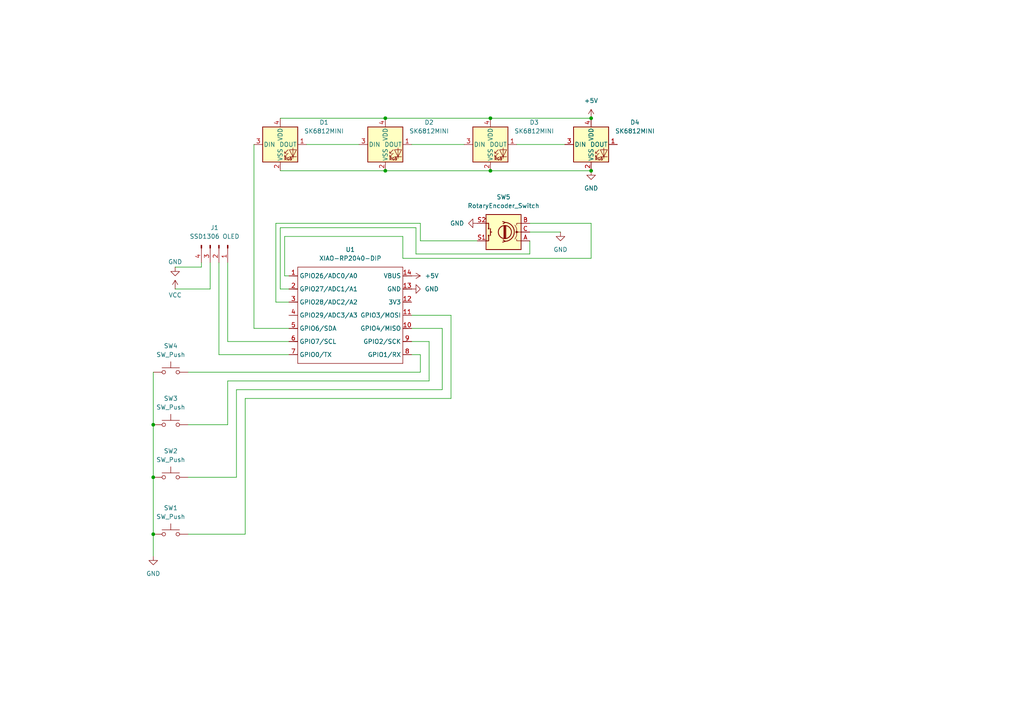
<source format=kicad_sch>
(kicad_sch (version 20250114) (generator "eeschema") (generator_version "9.0")
  (paper "A4")
  (lib_symbols
    (symbol "Connector:Conn_01x04_Pin" (pin_names (offset 1.016) (hide yes))
      (property "Reference" "J" (at 0 5.08 0))
      (property "Value" "Conn_01x04_Pin" (at 0 -7.62 0))
      (symbol "Conn_01x04_Pin_1_1"
        (rectangle (start 0.8636 2.667) (end 0 2.413) (stroke (width 0.1524)) (fill (type outline)))
        (rectangle (start 0.8636 0.127) (end 0 -0.127) (stroke (width 0.1524)) (fill (type outline)))
        (rectangle (start 0.8636 -2.413) (end 0 -2.667) (stroke (width 0.1524)) (fill (type outline)))
        (rectangle (start 0.8636 -4.953) (end 0 -5.207) (stroke (width 0.1524)) (fill (type outline)))
        (polyline (pts (xy 1.27 2.54) (xy 0.8636 2.54)) (stroke (width 0.1524)))
        (polyline (pts (xy 1.27 0) (xy 0.8636 0)) (stroke (width 0.1524)))
        (polyline (pts (xy 1.27 -2.54) (xy 0.8636 -2.54)) (stroke (width 0.1524)))
        (polyline (pts (xy 1.27 -5.08) (xy 0.8636 -5.08)) (stroke (width 0.1524)))
        (pin passive line (at 5.08 2.54 180) (length 3.81) (name "Pin_1") (number "1"))
        (pin passive line (at 5.08 0 180) (length 3.81) (name "Pin_2") (number "2"))
        (pin passive line (at 5.08 -2.54 180) (length 3.81) (name "Pin_3") (number "3"))
        (pin passive line (at 5.08 -5.08 180) (length 3.81) (name "Pin_4") (number "4"))
      )
    )
    (symbol "Device:RotaryEncoder_Switch" (pin_names (offset 0.254) (hide yes))
      (property "Reference" "SW" (at 0 6.604 0))
      (property "Value" "RotaryEncoder_Switch" (at 0 -6.604 0))
      (symbol "RotaryEncoder_Switch_0_1"
        (rectangle (start -5.08 5.08) (end 5.08 -5.08) (stroke (width 0.254)) (fill (type background)))
        (polyline (pts (xy -5.08 2.54) (xy -3.81 2.54) (xy -3.81 2.032)))
        (polyline (pts (xy -5.08 0) (xy -3.81 0) (xy -3.81 -1.016) (xy -3.302 -2.032)))
        (polyline (pts (xy -5.08 -2.54) (xy -3.81 -2.54) (xy -3.81 -2.032)))
        (polyline (pts (xy -4.318 0) (xy -3.81 0) (xy -3.81 1.016) (xy -3.302 2.032)))
        (circle (center -3.81 0) (radius 0.254) (fill (type outline)))
        (polyline (pts (xy -0.635 -1.778) (xy -0.635 1.778)) (stroke (width 0.254)))
        (circle (center -0.381 0) (radius 1.905) (stroke (width 0.254)))
        (polyline (pts (xy -0.381 -1.778) (xy -0.381 1.778)) (stroke (width 0.254)))
        (arc (start -0.381 -2.794) (mid -3.0988 -0.0635) (end -0.381 2.667) (stroke (width 0.254)))
        (polyline (pts (xy -0.127 1.778) (xy -0.127 -1.778)) (stroke (width 0.254)))
        (polyline (pts (xy 0.254 2.921) (xy -0.508 2.667) (xy 0.127 2.286)) (stroke (width 0.254)))
        (polyline (pts (xy 0.254 -3.048) (xy -0.508 -2.794) (xy 0.127 -2.413)) (stroke (width 0.254)))
        (polyline (pts (xy 3.81 1.016) (xy 3.81 -1.016)) (stroke (width 0.254)))
        (polyline (pts (xy 3.81 0) (xy 3.429 0)) (stroke (width 0.254)))
        (circle (center 4.318 1.016) (radius 0.127) (stroke (width 0.254)))
        (circle (center 4.318 -1.016) (radius 0.127) (stroke (width 0.254)))
        (polyline (pts (xy 5.08 2.54) (xy 4.318 2.54) (xy 4.318 1.016)) (stroke (width 0.254)))
        (polyline (pts (xy 5.08 -2.54) (xy 4.318 -2.54) (xy 4.318 -1.016)) (stroke (width 0.254)))
      )
      (symbol "RotaryEncoder_Switch_1_1"
        (pin passive line (at -7.62 2.54 0) (length 2.54) (name "A") (number "A"))
        (pin passive line (at -7.62 0 0) (length 2.54) (name "C") (number "C"))
        (pin passive line (at -7.62 -2.54 0) (length 2.54) (name "B") (number "B"))
        (pin passive line (at 7.62 2.54 180) (length 2.54) (name "S1") (number "S1"))
        (pin passive line (at 7.62 -2.54 180) (length 2.54) (name "S2") (number "S2"))
      )
    )
    (symbol "LED:SK6812MINI" (pin_names (offset 0.254))
      (property "Reference" "D" (at 5.08 5.715 0))
      (property "Value" "SK6812MINI" (at 1.27 -5.715 0))
      (symbol "SK6812MINI_0_0"
        (text "RGB" (at 2.286 -4.191 0) (effects (font (size 0.762 0.762))))
      )
      (symbol "SK6812MINI_0_1"
        (polyline (pts (xy 1.27 -2.54) (xy 1.778 -2.54)))
        (polyline (pts (xy 1.27 -3.556) (xy 1.778 -3.556)))
        (polyline (pts (xy 2.286 -1.524) (xy 1.27 -2.54) (xy 1.27 -2.032)))
        (polyline (pts (xy 2.286 -2.54) (xy 1.27 -3.556) (xy 1.27 -3.048)))
        (polyline (pts (xy 3.683 -1.016) (xy 3.683 -3.556) (xy 3.683 -4.064)))
        (polyline (pts (xy 4.699 -1.524) (xy 2.667 -1.524) (xy 3.683 -3.556) (xy 4.699 -1.524)))
        (polyline (pts (xy 4.699 -3.556) (xy 2.667 -3.556)))
        (rectangle (start 5.08 5.08) (end -5.08 -5.08) (stroke (width 0.254)) (fill (type background)))
      )
      (symbol "SK6812MINI_1_1"
        (pin input line (at -7.62 0 0) (length 2.54) (name "DIN") (number "3"))
        (pin power_in line (at 0 7.62 270) (length 2.54) (name "VDD") (number "4"))
        (pin power_in line (at 0 -7.62 90) (length 2.54) (name "VSS") (number "2"))
        (pin output line (at 7.62 0 180) (length 2.54) (name "DOUT") (number "1"))
      )
    )
    (symbol "Seeed_Studio_XIAO_Series:XIAO-RP2040-DIP"
      (property "Reference" "U" (at 0 0 0))
      (property "Value" "XIAO-RP2040-DIP" (at 5.334 -1.778 0))
      (symbol "XIAO-RP2040-DIP_1_0"
        (polyline (pts (xy -1.27 -2.54) (xy 29.21 -2.54)) (stroke (width 0.1524)))
        (polyline (pts (xy -1.27 -5.08) (xy -2.54 -5.08)) (stroke (width 0.1524)))
        (polyline (pts (xy -1.27 -5.08) (xy -1.27 -2.54)) (stroke (width 0.1524)))
        (polyline (pts (xy -1.27 -8.89) (xy -2.54 -8.89)) (stroke (width 0.1524)))
        (polyline (pts (xy -1.27 -8.89) (xy -1.27 -5.08)) (stroke (width 0.1524)))
        (polyline (pts (xy -1.27 -12.7) (xy -2.54 -12.7)) (stroke (width 0.1524)))
        (polyline (pts (xy -1.27 -12.7) (xy -1.27 -8.89)) (stroke (width 0.1524)))
        (polyline (pts (xy -1.27 -16.51) (xy -2.54 -16.51)) (stroke (width 0.1524)))
        (polyline (pts (xy -1.27 -16.51) (xy -1.27 -12.7)) (stroke (width 0.1524)))
        (polyline (pts (xy -1.27 -20.32) (xy -2.54 -20.32)) (stroke (width 0.1524)))
        (polyline (pts (xy -1.27 -24.13) (xy -2.54 -24.13)) (stroke (width 0.1524)))
        (polyline (pts (xy -1.27 -27.94) (xy -2.54 -27.94)) (stroke (width 0.1524)))
        (polyline (pts (xy -1.27 -30.48) (xy -1.27 -16.51)) (stroke (width 0.1524)))
        (polyline (pts (xy 29.21 -2.54) (xy 29.21 -5.08)) (stroke (width 0.1524)))
        (polyline (pts (xy 29.21 -5.08) (xy 29.21 -8.89)) (stroke (width 0.1524)))
        (polyline (pts (xy 29.21 -8.89) (xy 29.21 -12.7)) (stroke (width 0.1524)))
        (polyline (pts (xy 29.21 -12.7) (xy 29.21 -30.48)) (stroke (width 0.1524)))
        (polyline (pts (xy 29.21 -30.48) (xy -1.27 -30.48)) (stroke (width 0.1524)))
        (polyline (pts (xy 30.48 -5.08) (xy 29.21 -5.08)) (stroke (width 0.1524)))
        (polyline (pts (xy 30.48 -8.89) (xy 29.21 -8.89)) (stroke (width 0.1524)))
        (polyline (pts (xy 30.48 -12.7) (xy 29.21 -12.7)) (stroke (width 0.1524)))
        (polyline (pts (xy 30.48 -16.51) (xy 29.21 -16.51)) (stroke (width 0.1524)))
        (polyline (pts (xy 30.48 -20.32) (xy 29.21 -20.32)) (stroke (width 0.1524)))
        (polyline (pts (xy 30.48 -24.13) (xy 29.21 -24.13)) (stroke (width 0.1524)))
        (polyline (pts (xy 30.48 -27.94) (xy 29.21 -27.94)) (stroke (width 0.1524)))
        (pin passive line (at -3.81 -5.08 0) (length 2.54) (name "GPIO26/ADC0/A0") (number "1"))
        (pin passive line (at -3.81 -8.89 0) (length 2.54) (name "GPIO27/ADC1/A1") (number "2"))
        (pin passive line (at -3.81 -12.7 0) (length 2.54) (name "GPIO28/ADC2/A2") (number "3"))
        (pin passive line (at -3.81 -16.51 0) (length 2.54) (name "GPIO29/ADC3/A3") (number "4"))
        (pin passive line (at -3.81 -20.32 0) (length 2.54) (name "GPIO6/SDA") (number "5"))
        (pin passive line (at -3.81 -24.13 0) (length 2.54) (name "GPIO7/SCL") (number "6"))
        (pin passive line (at -3.81 -27.94 0) (length 2.54) (name "GPIO0/TX") (number "7"))
        (pin passive line (at 31.75 -5.08 180) (length 2.54) (name "VBUS") (number "14"))
        (pin passive line (at 31.75 -8.89 180) (length 2.54) (name "GND") (number "13"))
        (pin passive line (at 31.75 -12.7 180) (length 2.54) (name "3V3") (number "12"))
        (pin passive line (at 31.75 -16.51 180) (length 2.54) (name "GPIO3/MOSI") (number "11"))
        (pin passive line (at 31.75 -20.32 180) (length 2.54) (name "GPIO4/MISO") (number "10"))
        (pin passive line (at 31.75 -24.13 180) (length 2.54) (name "GPIO2/SCK") (number "9"))
        (pin passive line (at 31.75 -27.94 180) (length 2.54) (name "GPIO1/RX") (number "8"))
      )
    )
    (symbol "Switch:SW_Push" (pin_numbers (hide yes)) (pin_names (offset 1.016) (hide yes))
      (property "Reference" "SW" (at 1.27 2.54 0))
      (property "Value" "SW_Push" (at 0 -1.524 0))
      (symbol "SW_Push_0_1"
        (circle (center -2.032 0) (radius 0.508))
        (polyline (pts (xy 0 1.27) (xy 0 3.048)))
        (circle (center 2.032 0) (radius 0.508))
        (polyline (pts (xy 2.54 1.27) (xy -2.54 1.27)))
        (pin passive line (at -5.08 0 0) (length 2.54) (name "1") (number "1"))
        (pin passive line (at 5.08 0 180) (length 2.54) (name "2") (number "2"))
      )
    )
    (symbol "power:+5V" (power) (pin_numbers (hide yes)) (pin_names (offset 0) (hide yes))
      (property "Value" "+5V" (at 0 3.556 0))
      (symbol "+5V_0_1"
        (polyline (pts (xy -0.762 1.27) (xy 0 2.54)))
        (polyline (pts (xy 0 2.54) (xy 0.762 1.27)))
        (polyline (pts (xy 0 0) (xy 0 2.54)))
      )
      (symbol "+5V_1_1"
        (pin power_in line (at 0 0 90) (length 0) (name "~") (number "1"))
      )
    )
    (symbol "power:GND" (power) (pin_numbers (hide yes)) (pin_names (offset 0) (hide yes))
      (property "Value" "GND" (at 0 -3.81 0))
      (symbol "GND_0_1"
        (polyline (pts (xy 0 0) (xy 0 -1.27) (xy 1.27 -1.27) (xy 0 -2.54) (xy -1.27 -1.27) (xy 0 -1.27)))
      )
      (symbol "GND_1_1"
        (pin power_in line (at 0 0 270) (length 0) (name "~") (number "1"))
      )
    )
    (symbol "power:VCC" (power) (pin_numbers (hide yes)) (pin_names (offset 0) (hide yes))
      (property "Value" "VCC" (at 0 3.556 0))
      (symbol "VCC_0_1"
        (polyline (pts (xy -0.762 1.27) (xy 0 2.54)))
        (polyline (pts (xy 0 2.54) (xy 0.762 1.27)))
        (polyline (pts (xy 0 0) (xy 0 2.54)))
      )
      (symbol "VCC_1_1"
        (pin power_in line (at 0 0 90) (length 0) (name "~") (number "1"))
      )
    )
  )
  (junction (at 111.76 49.53))
  (junction (at 44.45 138.43))
  (junction (at 44.45 123.19))
  (junction (at 171.45 34.29))
  (junction (at 111.76 34.29))
  (junction (at 142.24 49.53))
  (junction (at 44.45 154.94))
  (junction (at 171.45 49.53))
  (junction (at 142.24 34.29))
  (wire (pts (xy 54.61 107.95) (xy 121.92 107.95)))
  (wire (pts (xy 171.45 64.77) (xy 171.45 74.93)))
  (wire (pts (xy 82.55 80.01) (xy 83.82 80.01)))
  (wire (pts (xy 54.61 138.43) (xy 68.58 138.43)))
  (wire (pts (xy 111.76 49.53) (xy 142.24 49.53)))
  (wire (pts (xy 130.81 115.57) (xy 130.81 91.44)))
  (wire (pts (xy 119.38 95.25) (xy 128.27 95.25)))
  (wire (pts (xy 120.65 66.04) (xy 81.28 66.04)))
  (wire (pts (xy 71.12 154.94) (xy 71.12 115.57)))
  (wire (pts (xy 128.27 113.03) (xy 128.27 95.25)))
  (wire (pts (xy 50.8 77.47) (xy 58.42 77.47)))
  (wire (pts (xy 116.84 74.93) (xy 116.84 68.58)))
  (wire (pts (xy 119.38 102.87) (xy 121.92 102.87)))
  (wire (pts (xy 162.56 67.31) (xy 153.67 67.31)))
  (wire (pts (xy 121.92 107.95) (xy 121.92 102.87)))
  (wire (pts (xy 120.65 73.66) (xy 120.65 66.04)))
  (wire (pts (xy 44.45 154.94) (xy 44.45 161.29)))
  (wire (pts (xy 119.38 99.06) (xy 124.46 99.06)))
  (wire (pts (xy 44.45 123.19) (xy 44.45 138.43)))
  (wire (pts (xy 138.43 69.85) (xy 121.92 69.85)))
  (wire (pts (xy 66.04 123.19) (xy 66.04 110.49)))
  (wire (pts (xy 116.84 68.58) (xy 82.55 68.58)))
  (wire (pts (xy 121.92 64.77) (xy 80.01 64.77)))
  (wire (pts (xy 68.58 113.03) (xy 128.27 113.03)))
  (wire (pts (xy 119.38 91.44) (xy 130.81 91.44)))
  (wire (pts (xy 81.28 66.04) (xy 81.28 83.82)))
  (wire (pts (xy 44.45 107.95) (xy 44.45 123.19)))
  (wire (pts (xy 153.67 64.77) (xy 171.45 64.77)))
  (wire (pts (xy 80.01 87.63) (xy 83.82 87.63)))
  (wire (pts (xy 124.46 110.49) (xy 124.46 99.06)))
  (wire (pts (xy 142.24 34.29) (xy 171.45 34.29)))
  (wire (pts (xy 66.04 110.49) (xy 124.46 110.49)))
  (wire (pts (xy 142.24 49.53) (xy 171.45 49.53)))
  (wire (pts (xy 73.66 41.91) (xy 73.66 95.25)))
  (wire (pts (xy 82.55 68.58) (xy 82.55 80.01)))
  (wire (pts (xy 50.8 83.82) (xy 60.96 83.82)))
  (wire (pts (xy 119.38 41.91) (xy 134.62 41.91)))
  (wire (pts (xy 58.42 77.47) (xy 58.42 76.2)))
  (wire (pts (xy 149.86 41.91) (xy 163.83 41.91)))
  (wire (pts (xy 153.67 69.85) (xy 153.67 73.66)))
  (wire (pts (xy 54.61 123.19) (xy 66.04 123.19)))
  (wire (pts (xy 81.28 34.29) (xy 111.76 34.29)))
  (wire (pts (xy 60.96 83.82) (xy 60.96 76.2)))
  (wire (pts (xy 153.67 73.66) (xy 120.65 73.66)))
  (wire (pts (xy 111.76 34.29) (xy 142.24 34.29)))
  (wire (pts (xy 171.45 74.93) (xy 116.84 74.93)))
  (wire (pts (xy 121.92 69.85) (xy 121.92 64.77)))
  (wire (pts (xy 88.9 41.91) (xy 104.14 41.91)))
  (wire (pts (xy 68.58 138.43) (xy 68.58 113.03)))
  (wire (pts (xy 80.01 64.77) (xy 80.01 87.63)))
  (wire (pts (xy 81.28 49.53) (xy 111.76 49.53)))
  (wire (pts (xy 71.12 115.57) (xy 130.81 115.57)))
  (wire (pts (xy 66.04 76.2) (xy 66.04 99.06)))
  (wire (pts (xy 81.28 83.82) (xy 83.82 83.82)))
  (wire (pts (xy 63.5 102.87) (xy 83.82 102.87)))
  (wire (pts (xy 66.04 99.06) (xy 83.82 99.06)))
  (wire (pts (xy 44.45 138.43) (xy 44.45 154.94)))
  (wire (pts (xy 83.82 95.25) (xy 73.66 95.25)))
  (wire (pts (xy 54.61 154.94) (xy 71.12 154.94)))
  (wire (pts (xy 63.5 76.2) (xy 63.5 102.87)))
  (symbol (lib_id "power:+5V") (at 119.38 80.01 270) (unit 1)
    (property "Reference" "#PWR03" (effects (hide yes)))
    (property "Value" "+5V" (at 123.19 80.0099 90) (effects (justify left)))
    (property "Description" "Power symbol creates a global label with name \"+5V\"" (effects (hide yes)))
  )
  (symbol (lib_id "Switch:SW_Push") (at 49.53 154.94 0) (unit 1)
    (property "Reference" "SW1" (at 49.53 147.32 0))
    (property "Value" "SW_Push" (at 49.53 149.86 0))
    (property "Footprint" "Button_Switch_Keyboard:SW_Cherry_MX_1.00u_PCB" (effects (hide yes)))
    (property "Description" "Push button switch, generic, two pins" (effects (hide yes)))
  )
  (symbol (lib_id "Switch:SW_Push") (at 49.53 123.19 0) (unit 1)
    (property "Reference" "SW3" (at 49.53 115.57 0))
    (property "Value" "SW_Push" (at 49.53 118.11 0))
    (property "Footprint" "Button_Switch_Keyboard:SW_Cherry_MX_1.00u_PCB" (effects (hide yes)))
    (property "Description" "Push button switch, generic, two pins" (effects (hide yes)))
  )
  (symbol (lib_id "power:GND") (at 171.45 49.53 0) (unit 1)
    (property "Reference" "#PWR04" (effects (hide yes)))
    (property "Value" "GND" (at 171.45 54.61 0))
    (property "Description" "Power symbol creates a global label with name \"GND\" , ground" (effects (hide yes)))
  )
  (symbol (lib_id "power:GND") (at 138.43 64.77 270) (unit 1)
    (property "Reference" "#PWR09" (effects (hide yes)))
    (property "Value" "GND" (at 134.62 64.7699 90) (effects (justify right)))
    (property "Description" "Power symbol creates a global label with name \"GND\" , ground" (effects (hide yes)))
  )
  (symbol (lib_id "Connector:Conn_01x04_Pin") (at 63.5 71.12 270) (unit 1)
    (property "Reference" "J1" (at 62.23 66.04 90))
    (property "Value" "SSD1306 OLED" (at 62.23 68.58 90))
    (property "Footprint" "KiCad-SSD1306-0.91-OLED-4pin-128x32.pretty-master:SSD1306-0.91-OLED-4pin-128x32" (effects (hide yes)))
    (property "Description" "Generic connector, single row, 01x04, script generated" (effects (hide yes)))
  )
  (symbol (lib_id "Seeed_Studio_XIAO_Series:XIAO-RP2040-DIP") (at 87.63 74.93 0) (unit 1)
    (property "Reference" "U1" (at 101.6 72.39 0))
    (property "Value" "XIAO-RP2040-DIP" (at 101.6 74.93 0))
    (property "Footprint" "Seeed Studio XIAO Series Library:XIAO-RP2040-DIP" (effects (hide yes)))
  )
  (symbol (lib_id "LED:SK6812MINI") (at 81.28 41.91 0) (unit 1)
    (property "Reference" "D1" (at 93.98 35.4898 0))
    (property "Value" "SK6812MINI" (at 93.98 38.0298 0))
    (property "Footprint" "LED_SMD:LED_SK6812MINI_PLCC4_3.5x3.5mm_P1.75mm" (effects (hide yes)))
    (property "Datasheet" "https://cdn-shop.adafruit.com/product-files/2686/SK6812MINI_REV.01-1-2.pdf" (effects (hide yes)))
    (property "Description" "RGB LED with integrated controller" (effects (hide yes)))
  )
  (symbol (lib_id "power:GND") (at 50.8 77.47 0) (unit 1)
    (property "Reference" "#PWR06" (effects (hide yes)))
    (property "Value" "GND" (at 50.8 75.946 0))
    (property "Description" "Power symbol creates a global label with name \"GND\" , ground" (effects (hide yes)))
  )
  (symbol (lib_id "LED:SK6812MINI") (at 111.76 41.91 0) (unit 1)
    (property "Reference" "D2" (at 124.46 35.4898 0))
    (property "Value" "SK6812MINI" (at 124.46 38.0298 0))
    (property "Footprint" "LED_SMD:LED_SK6812MINI_PLCC4_3.5x3.5mm_P1.75mm" (effects (hide yes)))
    (property "Datasheet" "https://cdn-shop.adafruit.com/product-files/2686/SK6812MINI_REV.01-1-2.pdf" (effects (hide yes)))
    (property "Description" "RGB LED with integrated controller" (effects (hide yes)))
  )
  (symbol (lib_id "LED:SK6812MINI") (at 142.24 41.91 0) (unit 1)
    (property "Reference" "D3" (at 154.94 35.4898 0))
    (property "Value" "SK6812MINI" (at 154.94 38.0298 0))
    (property "Footprint" "LED_SMD:LED_SK6812MINI_PLCC4_3.5x3.5mm_P1.75mm" (effects (hide yes)))
    (property "Datasheet" "https://cdn-shop.adafruit.com/product-files/2686/SK6812MINI_REV.01-1-2.pdf" (effects (hide yes)))
    (property "Description" "RGB LED with integrated controller" (effects (hide yes)))
  )
  (symbol (lib_id "Device:RotaryEncoder_Switch") (at 146.05 67.31 180) (unit 1)
    (property "Reference" "SW5" (at 146.05 57.15 0))
    (property "Value" "RotaryEncoder_Switch" (at 146.05 59.69 0))
    (property "Footprint" "Rotary_Encoder:RotaryEncoder_Alps_EC11E-Switch_Vertical_H20mm" (effects (hide yes)))
    (property "Description" "Rotary encoder, dual channel, incremental quadrate outputs, with switch" (effects (hide yes)))
  )
  (symbol (lib_id "Switch:SW_Push") (at 49.53 138.43 0) (unit 1)
    (property "Reference" "SW2" (at 49.53 130.81 0))
    (property "Value" "SW_Push" (at 49.53 133.35 0))
    (property "Footprint" "Button_Switch_Keyboard:SW_Cherry_MX_1.00u_PCB" (effects (hide yes)))
    (property "Description" "Push button switch, generic, two pins" (effects (hide yes)))
  )
  (symbol (lib_id "power:GND") (at 119.38 83.82 90) (unit 1)
    (property "Reference" "#PWR02" (effects (hide yes)))
    (property "Value" "GND" (at 123.19 83.8199 90) (effects (justify right)))
    (property "Description" "Power symbol creates a global label with name \"GND\" , ground" (effects (hide yes)))
  )
  (symbol (lib_id "LED:SK6812MINI") (at 171.45 41.91 0) (unit 1)
    (property "Reference" "D4" (at 184.15 35.4898 0))
    (property "Value" "SK6812MINI" (at 184.15 38.0298 0))
    (property "Footprint" "LED_SMD:LED_SK6812MINI_PLCC4_3.5x3.5mm_P1.75mm" (effects (hide yes)))
    (property "Datasheet" "https://cdn-shop.adafruit.com/product-files/2686/SK6812MINI_REV.01-1-2.pdf" (effects (hide yes)))
    (property "Description" "RGB LED with integrated controller" (effects (hide yes)))
  )
  (symbol (lib_id "power:+5V") (at 171.45 34.29 0) (unit 1)
    (property "Reference" "#PWR05" (effects (hide yes)))
    (property "Value" "+5V" (at 171.45 29.21 0))
    (property "Description" "Power symbol creates a global label with name \"+5V\"" (effects (hide yes)))
  )
  (symbol (lib_id "power:GND") (at 44.45 161.29 0) (unit 1)
    (property "Reference" "#PWR01" (effects (hide yes)))
    (property "Value" "GND" (at 44.45 166.37 0))
    (property "Description" "Power symbol creates a global label with name \"GND\" , ground" (effects (hide yes)))
  )
  (symbol (lib_id "power:GND") (at 162.56 67.31 0) (unit 1)
    (property "Reference" "#PWR08" (effects (hide yes)))
    (property "Value" "GND" (at 162.56 72.39 0))
    (property "Description" "Power symbol creates a global label with name \"GND\" , ground" (effects (hide yes)))
  )
  (symbol (lib_id "power:VCC") (at 50.8 83.82 0) (unit 1)
    (property "Reference" "#PWR07" (effects (hide yes)))
    (property "Value" "VCC" (at 50.8 85.598 0))
    (property "Description" "Power symbol creates a global label with name \"VCC\"" (effects (hide yes)))
  )
  (symbol (lib_id "Switch:SW_Push") (at 49.53 107.95 0) (unit 1)
    (property "Reference" "SW4" (at 49.53 100.33 0))
    (property "Value" "SW_Push" (at 49.53 102.87 0))
    (property "Footprint" "Button_Switch_Keyboard:SW_Cherry_MX_1.00u_PCB" (effects (hide yes)))
    (property "Description" "Push button switch, generic, two pins" (effects (hide yes)))
  )
)
</source>
